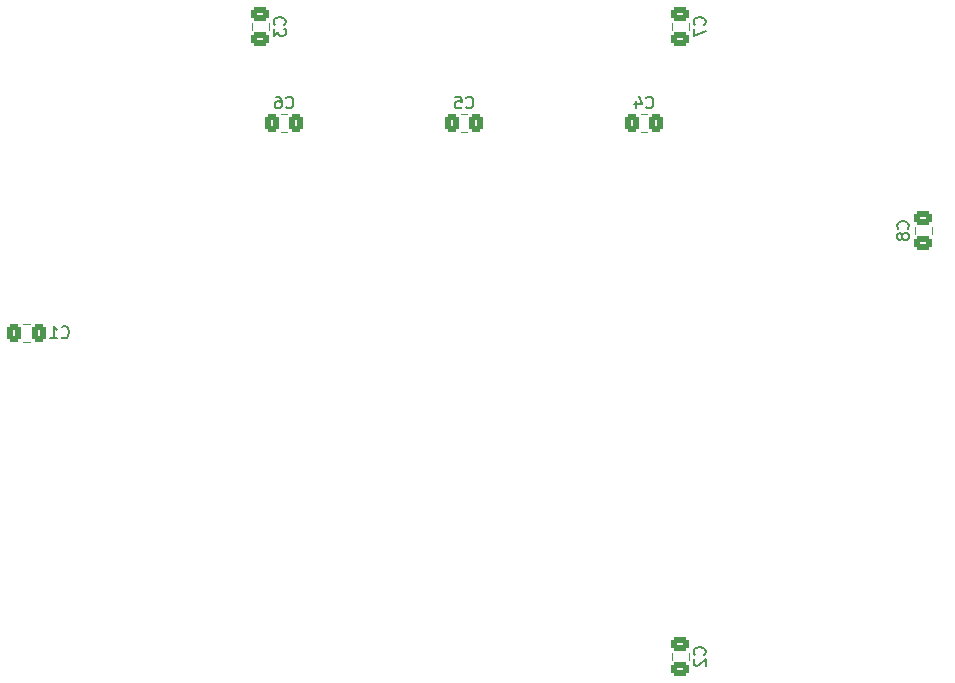
<source format=gbo>
G04 #@! TF.GenerationSoftware,KiCad,Pcbnew,6.0.5-a6ca702e91~116~ubuntu20.04.1*
G04 #@! TF.CreationDate,2022-05-31T07:59:30+02:00*
G04 #@! TF.ProjectId,PZ1_Pico,505a315f-5069-4636-9f2e-6b696361645f,rev?*
G04 #@! TF.SameCoordinates,Original*
G04 #@! TF.FileFunction,Legend,Bot*
G04 #@! TF.FilePolarity,Positive*
%FSLAX46Y46*%
G04 Gerber Fmt 4.6, Leading zero omitted, Abs format (unit mm)*
G04 Created by KiCad (PCBNEW 6.0.5-a6ca702e91~116~ubuntu20.04.1) date 2022-05-31 07:59:30*
%MOMM*%
%LPD*%
G01*
G04 APERTURE LIST*
G04 Aperture macros list*
%AMRoundRect*
0 Rectangle with rounded corners*
0 $1 Rounding radius*
0 $2 $3 $4 $5 $6 $7 $8 $9 X,Y pos of 4 corners*
0 Add a 4 corners polygon primitive as box body*
4,1,4,$2,$3,$4,$5,$6,$7,$8,$9,$2,$3,0*
0 Add four circle primitives for the rounded corners*
1,1,$1+$1,$2,$3*
1,1,$1+$1,$4,$5*
1,1,$1+$1,$6,$7*
1,1,$1+$1,$8,$9*
0 Add four rect primitives between the rounded corners*
20,1,$1+$1,$2,$3,$4,$5,0*
20,1,$1+$1,$4,$5,$6,$7,0*
20,1,$1+$1,$6,$7,$8,$9,0*
20,1,$1+$1,$8,$9,$2,$3,0*%
G04 Aperture macros list end*
%ADD10C,0.150000*%
%ADD11C,0.120000*%
%ADD12R,1.600000X1.600000*%
%ADD13O,1.600000X1.600000*%
%ADD14R,1.700000X1.700000*%
%ADD15O,1.700000X1.700000*%
%ADD16RoundRect,0.250000X0.337500X0.475000X-0.337500X0.475000X-0.337500X-0.475000X0.337500X-0.475000X0*%
%ADD17RoundRect,0.250000X0.475000X-0.337500X0.475000X0.337500X-0.475000X0.337500X-0.475000X-0.337500X0*%
%ADD18RoundRect,0.250000X-0.475000X0.337500X-0.475000X-0.337500X0.475000X-0.337500X0.475000X0.337500X0*%
%ADD19RoundRect,0.250000X-0.337500X-0.475000X0.337500X-0.475000X0.337500X0.475000X-0.337500X0.475000X0*%
G04 APERTURE END LIST*
D10*
X179977166Y-105362142D02*
X180024785Y-105409761D01*
X180167642Y-105457380D01*
X180262880Y-105457380D01*
X180405738Y-105409761D01*
X180500976Y-105314523D01*
X180548595Y-105219285D01*
X180596214Y-105028809D01*
X180596214Y-104885952D01*
X180548595Y-104695476D01*
X180500976Y-104600238D01*
X180405738Y-104505000D01*
X180262880Y-104457380D01*
X180167642Y-104457380D01*
X180024785Y-104505000D01*
X179977166Y-104552619D01*
X179120023Y-104790714D02*
X179120023Y-105457380D01*
X179358119Y-104409761D02*
X179596214Y-105124047D01*
X178977166Y-105124047D01*
X164737166Y-105362142D02*
X164784785Y-105409761D01*
X164927642Y-105457380D01*
X165022880Y-105457380D01*
X165165738Y-105409761D01*
X165260976Y-105314523D01*
X165308595Y-105219285D01*
X165356214Y-105028809D01*
X165356214Y-104885952D01*
X165308595Y-104695476D01*
X165260976Y-104600238D01*
X165165738Y-104505000D01*
X165022880Y-104457380D01*
X164927642Y-104457380D01*
X164784785Y-104505000D01*
X164737166Y-104552619D01*
X163832404Y-104457380D02*
X164308595Y-104457380D01*
X164356214Y-104933571D01*
X164308595Y-104885952D01*
X164213357Y-104838333D01*
X163975261Y-104838333D01*
X163880023Y-104885952D01*
X163832404Y-104933571D01*
X163784785Y-105028809D01*
X163784785Y-105266904D01*
X163832404Y-105362142D01*
X163880023Y-105409761D01*
X163975261Y-105457380D01*
X164213357Y-105457380D01*
X164308595Y-105409761D01*
X164356214Y-105362142D01*
X149497166Y-105362142D02*
X149544785Y-105409761D01*
X149687642Y-105457380D01*
X149782880Y-105457380D01*
X149925738Y-105409761D01*
X150020976Y-105314523D01*
X150068595Y-105219285D01*
X150116214Y-105028809D01*
X150116214Y-104885952D01*
X150068595Y-104695476D01*
X150020976Y-104600238D01*
X149925738Y-104505000D01*
X149782880Y-104457380D01*
X149687642Y-104457380D01*
X149544785Y-104505000D01*
X149497166Y-104552619D01*
X148640023Y-104457380D02*
X148830500Y-104457380D01*
X148925738Y-104505000D01*
X148973357Y-104552619D01*
X149068595Y-104695476D01*
X149116214Y-104885952D01*
X149116214Y-105266904D01*
X149068595Y-105362142D01*
X149020976Y-105409761D01*
X148925738Y-105457380D01*
X148735261Y-105457380D01*
X148640023Y-105409761D01*
X148592404Y-105362142D01*
X148544785Y-105266904D01*
X148544785Y-105028809D01*
X148592404Y-104933571D01*
X148640023Y-104885952D01*
X148735261Y-104838333D01*
X148925738Y-104838333D01*
X149020976Y-104885952D01*
X149068595Y-104933571D01*
X149116214Y-105028809D01*
X149357142Y-98363833D02*
X149404761Y-98316214D01*
X149452380Y-98173357D01*
X149452380Y-98078119D01*
X149404761Y-97935261D01*
X149309523Y-97840023D01*
X149214285Y-97792404D01*
X149023809Y-97744785D01*
X148880952Y-97744785D01*
X148690476Y-97792404D01*
X148595238Y-97840023D01*
X148500000Y-97935261D01*
X148452380Y-98078119D01*
X148452380Y-98173357D01*
X148500000Y-98316214D01*
X148547619Y-98363833D01*
X148452380Y-98697166D02*
X148452380Y-99316214D01*
X148833333Y-98982880D01*
X148833333Y-99125738D01*
X148880952Y-99220976D01*
X148928571Y-99268595D01*
X149023809Y-99316214D01*
X149261904Y-99316214D01*
X149357142Y-99268595D01*
X149404761Y-99220976D01*
X149452380Y-99125738D01*
X149452380Y-98840023D01*
X149404761Y-98744785D01*
X149357142Y-98697166D01*
X202131142Y-115635833D02*
X202178761Y-115588214D01*
X202226380Y-115445357D01*
X202226380Y-115350119D01*
X202178761Y-115207261D01*
X202083523Y-115112023D01*
X201988285Y-115064404D01*
X201797809Y-115016785D01*
X201654952Y-115016785D01*
X201464476Y-115064404D01*
X201369238Y-115112023D01*
X201274000Y-115207261D01*
X201226380Y-115350119D01*
X201226380Y-115445357D01*
X201274000Y-115588214D01*
X201321619Y-115635833D01*
X201654952Y-116207261D02*
X201607333Y-116112023D01*
X201559714Y-116064404D01*
X201464476Y-116016785D01*
X201416857Y-116016785D01*
X201321619Y-116064404D01*
X201274000Y-116112023D01*
X201226380Y-116207261D01*
X201226380Y-116397738D01*
X201274000Y-116492976D01*
X201321619Y-116540595D01*
X201416857Y-116588214D01*
X201464476Y-116588214D01*
X201559714Y-116540595D01*
X201607333Y-116492976D01*
X201654952Y-116397738D01*
X201654952Y-116207261D01*
X201702571Y-116112023D01*
X201750190Y-116064404D01*
X201845428Y-116016785D01*
X202035904Y-116016785D01*
X202131142Y-116064404D01*
X202178761Y-116112023D01*
X202226380Y-116207261D01*
X202226380Y-116397738D01*
X202178761Y-116492976D01*
X202131142Y-116540595D01*
X202035904Y-116588214D01*
X201845428Y-116588214D01*
X201750190Y-116540595D01*
X201702571Y-116492976D01*
X201654952Y-116397738D01*
X130485166Y-124817142D02*
X130532785Y-124864761D01*
X130675642Y-124912380D01*
X130770880Y-124912380D01*
X130913738Y-124864761D01*
X131008976Y-124769523D01*
X131056595Y-124674285D01*
X131104214Y-124483809D01*
X131104214Y-124340952D01*
X131056595Y-124150476D01*
X131008976Y-124055238D01*
X130913738Y-123960000D01*
X130770880Y-123912380D01*
X130675642Y-123912380D01*
X130532785Y-123960000D01*
X130485166Y-124007619D01*
X129532785Y-124912380D02*
X130104214Y-124912380D01*
X129818500Y-124912380D02*
X129818500Y-123912380D01*
X129913738Y-124055238D01*
X130008976Y-124150476D01*
X130104214Y-124198095D01*
X184917142Y-151703833D02*
X184964761Y-151656214D01*
X185012380Y-151513357D01*
X185012380Y-151418119D01*
X184964761Y-151275261D01*
X184869523Y-151180023D01*
X184774285Y-151132404D01*
X184583809Y-151084785D01*
X184440952Y-151084785D01*
X184250476Y-151132404D01*
X184155238Y-151180023D01*
X184060000Y-151275261D01*
X184012380Y-151418119D01*
X184012380Y-151513357D01*
X184060000Y-151656214D01*
X184107619Y-151703833D01*
X184107619Y-152084785D02*
X184060000Y-152132404D01*
X184012380Y-152227642D01*
X184012380Y-152465738D01*
X184060000Y-152560976D01*
X184107619Y-152608595D01*
X184202857Y-152656214D01*
X184298095Y-152656214D01*
X184440952Y-152608595D01*
X185012380Y-152037166D01*
X185012380Y-152656214D01*
X184917142Y-98363833D02*
X184964761Y-98316214D01*
X185012380Y-98173357D01*
X185012380Y-98078119D01*
X184964761Y-97935261D01*
X184869523Y-97840023D01*
X184774285Y-97792404D01*
X184583809Y-97744785D01*
X184440952Y-97744785D01*
X184250476Y-97792404D01*
X184155238Y-97840023D01*
X184060000Y-97935261D01*
X184012380Y-98078119D01*
X184012380Y-98173357D01*
X184060000Y-98316214D01*
X184107619Y-98363833D01*
X184012380Y-98697166D02*
X184012380Y-99363833D01*
X185012380Y-98935261D01*
D11*
X180071752Y-107420000D02*
X179549248Y-107420000D01*
X180071752Y-105950000D02*
X179549248Y-105950000D01*
X164831752Y-105950000D02*
X164309248Y-105950000D01*
X164831752Y-107420000D02*
X164309248Y-107420000D01*
X149591752Y-107420000D02*
X149069248Y-107420000D01*
X149591752Y-105950000D02*
X149069248Y-105950000D01*
X148055000Y-98791752D02*
X148055000Y-98269248D01*
X146585000Y-98791752D02*
X146585000Y-98269248D01*
X204189000Y-115541248D02*
X204189000Y-116063752D01*
X202719000Y-115541248D02*
X202719000Y-116063752D01*
X127263248Y-123725000D02*
X127785752Y-123725000D01*
X127263248Y-125195000D02*
X127785752Y-125195000D01*
X182145000Y-152131752D02*
X182145000Y-151609248D01*
X183615000Y-152131752D02*
X183615000Y-151609248D01*
X183615000Y-98791752D02*
X183615000Y-98269248D01*
X182145000Y-98791752D02*
X182145000Y-98269248D01*
%LPC*%
D12*
X147320000Y-93980000D03*
D13*
X144780000Y-93980000D03*
X142240000Y-93980000D03*
X139700000Y-93980000D03*
X137160000Y-93980000D03*
X134620000Y-93980000D03*
X132080000Y-93980000D03*
X129540000Y-93980000D03*
X127000000Y-93980000D03*
X124460000Y-93980000D03*
X124460000Y-101600000D03*
X127000000Y-101600000D03*
X129540000Y-101600000D03*
X132080000Y-101600000D03*
X134620000Y-101600000D03*
X137160000Y-101600000D03*
X139700000Y-101600000D03*
X142240000Y-101600000D03*
X144780000Y-101600000D03*
X147320000Y-101600000D03*
D12*
X175260000Y-106685000D03*
D13*
X175260000Y-109225000D03*
X175260000Y-111765000D03*
X175260000Y-114305000D03*
X175260000Y-116845000D03*
X175260000Y-119385000D03*
X175260000Y-121925000D03*
X175260000Y-124465000D03*
X175260000Y-127005000D03*
X175260000Y-129545000D03*
X182880000Y-129545000D03*
X182880000Y-127005000D03*
X182880000Y-124465000D03*
X182880000Y-121925000D03*
X182880000Y-119385000D03*
X182880000Y-116845000D03*
X182880000Y-114305000D03*
X182880000Y-111765000D03*
X182880000Y-109225000D03*
X182880000Y-106685000D03*
D12*
X182880000Y-139720000D03*
D13*
X180340000Y-139720000D03*
X177800000Y-139720000D03*
X175260000Y-139720000D03*
X172720000Y-139720000D03*
X170180000Y-139720000D03*
X167640000Y-139720000D03*
X165100000Y-139720000D03*
X162560000Y-139720000D03*
X160020000Y-139720000D03*
X157480000Y-139720000D03*
X154940000Y-139720000D03*
X152400000Y-139720000D03*
X149860000Y-139720000D03*
X147320000Y-139720000D03*
X144780000Y-139720000D03*
X144780000Y-154960000D03*
X147320000Y-154960000D03*
X149860000Y-154960000D03*
X152400000Y-154960000D03*
X154940000Y-154960000D03*
X157480000Y-154960000D03*
X160020000Y-154960000D03*
X162560000Y-154960000D03*
X165100000Y-154960000D03*
X167640000Y-154960000D03*
X170180000Y-154960000D03*
X172720000Y-154960000D03*
X175260000Y-154960000D03*
X177800000Y-154960000D03*
X180340000Y-154960000D03*
X182880000Y-154960000D03*
D12*
X160020000Y-106685000D03*
D13*
X160020000Y-109225000D03*
X160020000Y-111765000D03*
X160020000Y-114305000D03*
X160020000Y-116845000D03*
X160020000Y-119385000D03*
X160020000Y-121925000D03*
X160020000Y-124465000D03*
X160020000Y-127005000D03*
X160020000Y-129545000D03*
X167640000Y-129545000D03*
X167640000Y-127005000D03*
X167640000Y-124465000D03*
X167640000Y-121925000D03*
X167640000Y-119385000D03*
X167640000Y-116845000D03*
X167640000Y-114305000D03*
X167640000Y-111765000D03*
X167640000Y-109225000D03*
X167640000Y-106685000D03*
D14*
X210820000Y-111760000D03*
D15*
X210820000Y-114300000D03*
X210820000Y-116840000D03*
X210820000Y-119380000D03*
D12*
X124455000Y-106680000D03*
D13*
X124455000Y-109220000D03*
X124455000Y-111760000D03*
X124455000Y-114300000D03*
X124455000Y-116840000D03*
X124455000Y-119380000D03*
X124455000Y-121920000D03*
X124455000Y-124460000D03*
X124455000Y-127000000D03*
X124455000Y-129540000D03*
X124455000Y-132080000D03*
X124455000Y-134620000D03*
X124455000Y-137160000D03*
X124455000Y-139700000D03*
X124455000Y-142240000D03*
X124455000Y-144780000D03*
X124455000Y-147320000D03*
X124455000Y-149860000D03*
X124455000Y-152400000D03*
X124455000Y-154940000D03*
X139695000Y-154940000D03*
X139695000Y-152400000D03*
X139695000Y-149860000D03*
X139695000Y-147320000D03*
X139695000Y-144780000D03*
X139695000Y-142240000D03*
X139695000Y-139700000D03*
X139695000Y-137160000D03*
X139695000Y-134620000D03*
X139695000Y-132080000D03*
X139695000Y-129540000D03*
X139695000Y-127000000D03*
X139695000Y-124460000D03*
X139695000Y-121920000D03*
X139695000Y-119380000D03*
X139695000Y-116840000D03*
X139695000Y-114300000D03*
X139695000Y-111760000D03*
X139695000Y-109220000D03*
X139695000Y-106680000D03*
D14*
X210820000Y-142240000D03*
D15*
X210820000Y-144780000D03*
X210820000Y-147320000D03*
X210820000Y-149860000D03*
X210820000Y-152400000D03*
X210820000Y-154940000D03*
D14*
X210820000Y-99060000D03*
D15*
X210820000Y-101600000D03*
X210820000Y-104140000D03*
X210820000Y-106680000D03*
D14*
X210820000Y-91440000D03*
D15*
X210820000Y-93980000D03*
D12*
X187960000Y-106680000D03*
D13*
X187960000Y-109220000D03*
X187960000Y-111760000D03*
X187960000Y-114300000D03*
X187960000Y-116840000D03*
X187960000Y-119380000D03*
X187960000Y-121920000D03*
X187960000Y-124460000D03*
X187960000Y-127000000D03*
X187960000Y-129540000D03*
X187960000Y-132080000D03*
X187960000Y-134620000D03*
X187960000Y-137160000D03*
X187960000Y-139700000D03*
X187960000Y-142240000D03*
X187960000Y-144780000D03*
X187960000Y-147320000D03*
X187960000Y-149860000D03*
X187960000Y-152400000D03*
X187960000Y-154940000D03*
X205740000Y-154940000D03*
X205740000Y-152400000D03*
X205740000Y-149860000D03*
X205740000Y-147320000D03*
X205740000Y-144780000D03*
X205740000Y-142240000D03*
X205740000Y-139700000D03*
X205740000Y-137160000D03*
X205740000Y-134620000D03*
X205740000Y-132080000D03*
X205740000Y-129540000D03*
X205740000Y-127000000D03*
X205740000Y-124460000D03*
X205740000Y-121920000D03*
X205740000Y-119380000D03*
X205740000Y-116840000D03*
X205740000Y-114300000D03*
X205740000Y-111760000D03*
X205740000Y-109220000D03*
X205740000Y-106680000D03*
D14*
X210820000Y-124460000D03*
D15*
X210820000Y-127000000D03*
X210820000Y-129540000D03*
X210820000Y-132080000D03*
X210820000Y-134620000D03*
X210820000Y-137160000D03*
D12*
X182880000Y-93980000D03*
D13*
X180340000Y-93980000D03*
X177800000Y-93980000D03*
X175260000Y-93980000D03*
X172720000Y-93980000D03*
X170180000Y-93980000D03*
X167640000Y-93980000D03*
X165100000Y-93980000D03*
X162560000Y-93980000D03*
X160020000Y-93980000D03*
X160020000Y-101600000D03*
X162560000Y-101600000D03*
X165100000Y-101600000D03*
X167640000Y-101600000D03*
X170180000Y-101600000D03*
X172720000Y-101600000D03*
X175260000Y-101600000D03*
X177800000Y-101600000D03*
X180340000Y-101600000D03*
X182880000Y-101600000D03*
D12*
X144780000Y-106685000D03*
D13*
X144780000Y-109225000D03*
X144780000Y-111765000D03*
X144780000Y-114305000D03*
X144780000Y-116845000D03*
X144780000Y-119385000D03*
X144780000Y-121925000D03*
X144780000Y-124465000D03*
X144780000Y-127005000D03*
X144780000Y-129545000D03*
X152400000Y-129545000D03*
X152400000Y-127005000D03*
X152400000Y-124465000D03*
X152400000Y-121925000D03*
X152400000Y-119385000D03*
X152400000Y-116845000D03*
X152400000Y-114305000D03*
X152400000Y-111765000D03*
X152400000Y-109225000D03*
X152400000Y-106685000D03*
D16*
X180848000Y-106685000D03*
X178773000Y-106685000D03*
X165608000Y-106685000D03*
X163533000Y-106685000D03*
X150368000Y-106685000D03*
X148293000Y-106685000D03*
D17*
X147320000Y-99568000D03*
X147320000Y-97493000D03*
D18*
X203454000Y-114765000D03*
X203454000Y-116840000D03*
D19*
X126487000Y-124460000D03*
X128562000Y-124460000D03*
D17*
X182880000Y-152908000D03*
X182880000Y-150833000D03*
X182880000Y-99568000D03*
X182880000Y-97493000D03*
M02*

</source>
